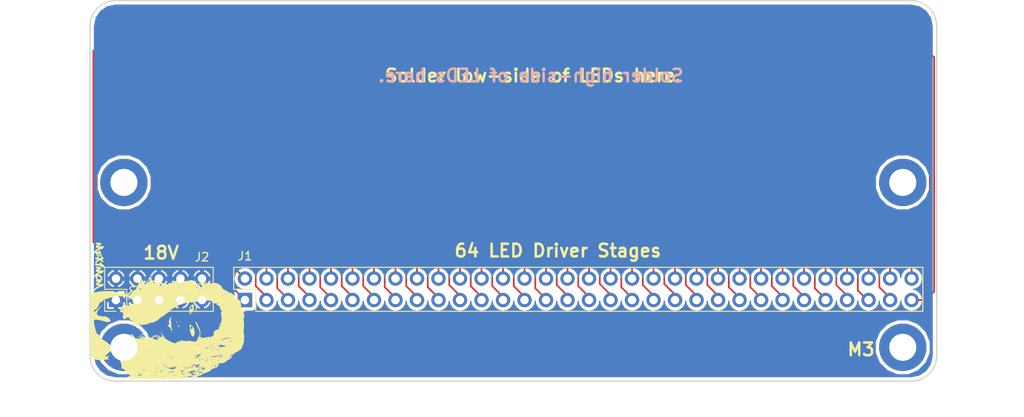
<source format=kicad_pcb>
(kicad_pcb (version 4) (host pcbnew 4.0.7-e2-6376~58~ubuntu17.04.1)
  (title_block (title "Adapter Board ") (date 2017-11-28) (rev 1.0) (comment 1 "Use this to connect LEDs to the extension board."))
  (layers (0 F.Cu signal) (31 B.Cu signal) (34 B.Paste user) (35 F.Paste user) (36 B.SilkS user) (37 F.SilkS user) (38 B.Mask user) (39 F.Mask user) (44 Edge.Cuts user))
  (net 0 "")
  (net 1 "Net-(J1-Pad1)")
  (net 2 "Net-(J1-Pad2)")
  (net 3 "Net-(J1-Pad3)")
  (net 4 "Net-(J1-Pad4)")
  (net 5 "Net-(J1-Pad5)")
  (net 6 "Net-(J1-Pad6)")
  (net 7 "Net-(J1-Pad7)")
  (net 8 "Net-(J1-Pad8)")
  (net 9 "Net-(J1-Pad9)")
  (net 10 "Net-(J1-Pad10)")
  (net 11 "Net-(J1-Pad11)")
  (net 12 "Net-(J1-Pad12)")
  (net 13 "Net-(J1-Pad13)")
  (net 14 "Net-(J1-Pad14)")
  (net 15 "Net-(J1-Pad15)")
  (net 16 "Net-(J1-Pad16)")
  (net 17 "Net-(J1-Pad17)")
  (net 18 "Net-(J1-Pad18)")
  (net 19 "Net-(J1-Pad19)")
  (net 20 "Net-(J1-Pad20)")
  (net 21 "Net-(J1-Pad21)")
  (net 22 "Net-(J1-Pad22)")
  (net 23 "Net-(J1-Pad23)")
  (net 24 "Net-(J1-Pad24)")
  (net 25 "Net-(J1-Pad25)")
  (net 26 "Net-(J1-Pad26)")
  (net 27 "Net-(J1-Pad27)")
  (net 28 "Net-(J1-Pad28)")
  (net 29 "Net-(J1-Pad29)")
  (net 30 "Net-(J1-Pad30)")
  (net 31 "Net-(J1-Pad31)")
  (net 32 "Net-(J1-Pad32)")
  (net 33 "Net-(J1-Pad33)")
  (net 34 "Net-(J1-Pad34)")
  (net 35 "Net-(J1-Pad35)")
  (net 36 "Net-(J1-Pad36)")
  (net 37 "Net-(J1-Pad37)")
  (net 38 "Net-(J1-Pad38)")
  (net 39 "Net-(J1-Pad39)")
  (net 40 "Net-(J1-Pad40)")
  (net 41 "Net-(J1-Pad41)")
  (net 42 "Net-(J1-Pad42)")
  (net 43 "Net-(J1-Pad43)")
  (net 44 "Net-(J1-Pad44)")
  (net 45 "Net-(J1-Pad45)")
  (net 46 "Net-(J1-Pad46)")
  (net 47 "Net-(J1-Pad47)")
  (net 48 "Net-(J1-Pad48)")
  (net 49 "Net-(J1-Pad49)")
  (net 50 "Net-(J1-Pad50)")
  (net 51 "Net-(J1-Pad51)")
  (net 52 "Net-(J1-Pad52)")
  (net 53 "Net-(J1-Pad53)")
  (net 54 "Net-(J1-Pad54)")
  (net 55 "Net-(J1-Pad55)")
  (net 56 "Net-(J1-Pad56)")
  (net 57 "Net-(J1-Pad57)")
  (net 58 "Net-(J1-Pad58)")
  (net 59 "Net-(J1-Pad59)")
  (net 60 "Net-(J1-Pad60)")
  (net 61 "Net-(J1-Pad61)")
  (net 62 "Net-(J1-Pad62)")
  (net 63 "Net-(J1-Pad63)")
  (net 64 "Net-(J1-Pad64)")
  (net 65 V18)
  (module Mounting_Holes:MountingHole_3.2mm_M3_DIN965_Pad (layer F.Cu) (at 192 91.5)
    (fp_text reference REF** hide)
    (fp_text value MountingHole_3.2mm_M3_DIN965_Pad)
    (pad 1 thru_hole circle (at 0 0) (size 5.6 5.6) (drill 3.2) (layers *.Cu *.Mask))
  )
  (module Mounting_Holes:MountingHole_3.2mm_M3_DIN965_Pad (layer F.Cu) (at 100 91.5)
    (fp_text reference REF** hide)
    (fp_text value MountingHole_3.2mm_M3_DIN965_Pad)
    (pad 1 thru_hole circle (at 0 0) (size 5.6 5.6) (drill 3.2) (layers *.Cu *.Mask))
  )
  (module Mounting_Holes:MountingHole_3.2mm_M3_DIN965_Pad (layer F.Cu) (at 192 111)
    (fp_text reference REF** hide)
    (fp_text value MountingHole_3.2mm_M3_DIN965_Pad)
    (pad 1 thru_hole circle (at 0 0) (size 5.6 5.6) (drill 3.2) (layers *.Cu *.Mask))
  )
  (module Pin_Headers:Pin_Header_Straight_2x32_Pitch2.54mm (layer F.Cu) (at 114.3 105.41 90)
    (fp_text reference J1 (at 5.207 0 360) (layer F.SilkS))
    (fp_text value Conn_02x32_Counter_Clockwise)
    (pad 1 thru_hole rect (at 0 0 90) (size 1.7 1.7) (drill 1) (layers *.Cu *.Mask) (net 1 "Net-(J1-Pad1)"))
    (pad 2 thru_hole oval (at 2.54 0 90) (size 1.7 1.7) (drill 1) (layers *.Cu *.Mask) (net 2 "Net-(J1-Pad2)"))
    (pad 3 thru_hole oval (at 0 2.54 90) (size 1.7 1.7) (drill 1) (layers *.Cu *.Mask) (net 3 "Net-(J1-Pad3)"))
    (pad 4 thru_hole oval (at 2.54 2.54 90) (size 1.7 1.7) (drill 1) (layers *.Cu *.Mask) (net 4 "Net-(J1-Pad4)"))
    (pad 5 thru_hole oval (at 0 5.08 90) (size 1.7 1.7) (drill 1) (layers *.Cu *.Mask) (net 5 "Net-(J1-Pad5)"))
    (pad 6 thru_hole oval (at 2.54 5.08 90) (size 1.7 1.7) (drill 1) (layers *.Cu *.Mask) (net 6 "Net-(J1-Pad6)"))
    (pad 7 thru_hole oval (at 0 7.62 90) (size 1.7 1.7) (drill 1) (layers *.Cu *.Mask) (net 7 "Net-(J1-Pad7)"))
    (pad 8 thru_hole oval (at 2.54 7.62 90) (size 1.7 1.7) (drill 1) (layers *.Cu *.Mask) (net 8 "Net-(J1-Pad8)"))
    (pad 9 thru_hole oval (at 0 10.16 90) (size 1.7 1.7) (drill 1) (layers *.Cu *.Mask) (net 9 "Net-(J1-Pad9)"))
    (pad 10 thru_hole oval (at 2.54 10.16 90) (size 1.7 1.7) (drill 1) (layers *.Cu *.Mask) (net 10 "Net-(J1-Pad10)"))
    (pad 11 thru_hole oval (at 0 12.7 90) (size 1.7 1.7) (drill 1) (layers *.Cu *.Mask) (net 11 "Net-(J1-Pad11)"))
    (pad 12 thru_hole oval (at 2.54 12.7 90) (size 1.7 1.7) (drill 1) (layers *.Cu *.Mask) (net 12 "Net-(J1-Pad12)"))
    (pad 13 thru_hole oval (at 0 15.24 90) (size 1.7 1.7) (drill 1) (layers *.Cu *.Mask) (net 13 "Net-(J1-Pad13)"))
    (pad 14 thru_hole oval (at 2.54 15.24 90) (size 1.7 1.7) (drill 1) (layers *.Cu *.Mask) (net 14 "Net-(J1-Pad14)"))
    (pad 15 thru_hole oval (at 0 17.78 90) (size 1.7 1.7) (drill 1) (layers *.Cu *.Mask) (net 15 "Net-(J1-Pad15)"))
    (pad 16 thru_hole oval (at 2.54 17.78 90) (size 1.7 1.7) (drill 1) (layers *.Cu *.Mask) (net 16 "Net-(J1-Pad16)"))
    (pad 17 thru_hole oval (at 0 20.32 90) (size 1.7 1.7) (drill 1) (layers *.Cu *.Mask) (net 17 "Net-(J1-Pad17)"))
    (pad 18 thru_hole oval (at 2.54 20.32 90) (size 1.7 1.7) (drill 1) (layers *.Cu *.Mask) (net 18 "Net-(J1-Pad18)"))
    (pad 19 thru_hole oval (at 0 22.86 90) (size 1.7 1.7) (drill 1) (layers *.Cu *.Mask) (net 19 "Net-(J1-Pad19)"))
    (pad 20 thru_hole oval (at 2.54 22.86 90) (size 1.7 1.7) (drill 1) (layers *.Cu *.Mask) (net 20 "Net-(J1-Pad20)"))
    (pad 21 thru_hole oval (at 0 25.4 90) (size 1.7 1.7) (drill 1) (layers *.Cu *.Mask) (net 21 "Net-(J1-Pad21)"))
    (pad 22 thru_hole oval (at 2.54 25.4 90) (size 1.7 1.7) (drill 1) (layers *.Cu *.Mask) (net 22 "Net-(J1-Pad22)"))
    (pad 23 thru_hole oval (at 0 27.94 90) (size 1.7 1.7) (drill 1) (layers *.Cu *.Mask) (net 23 "Net-(J1-Pad23)"))
    (pad 24 thru_hole oval (at 2.54 27.94 90) (size 1.7 1.7) (drill 1) (layers *.Cu *.Mask) (net 24 "Net-(J1-Pad24)"))
    (pad 25 thru_hole oval (at 0 30.48 90) (size 1.7 1.7) (drill 1) (layers *.Cu *.Mask) (net 25 "Net-(J1-Pad25)"))
    (pad 26 thru_hole oval (at 2.54 30.48 90) (size 1.7 1.7) (drill 1) (layers *.Cu *.Mask) (net 26 "Net-(J1-Pad26)"))
    (pad 27 thru_hole oval (at 0 33.02 90) (size 1.7 1.7) (drill 1) (layers *.Cu *.Mask) (net 27 "Net-(J1-Pad27)"))
    (pad 28 thru_hole oval (at 2.54 33.02 90) (size 1.7 1.7) (drill 1) (layers *.Cu *.Mask) (net 28 "Net-(J1-Pad28)"))
    (pad 29 thru_hole oval (at 0 35.56 90) (size 1.7 1.7) (drill 1) (layers *.Cu *.Mask) (net 29 "Net-(J1-Pad29)"))
    (pad 30 thru_hole oval (at 2.54 35.56 90) (size 1.7 1.7) (drill 1) (layers *.Cu *.Mask) (net 30 "Net-(J1-Pad30)"))
    (pad 31 thru_hole oval (at 0 38.1 90) (size 1.7 1.7) (drill 1) (layers *.Cu *.Mask) (net 31 "Net-(J1-Pad31)"))
    (pad 32 thru_hole oval (at 2.54 38.1 90) (size 1.7 1.7) (drill 1) (layers *.Cu *.Mask) (net 32 "Net-(J1-Pad32)"))
    (pad 33 thru_hole oval (at 0 40.64 90) (size 1.7 1.7) (drill 1) (layers *.Cu *.Mask) (net 33 "Net-(J1-Pad33)"))
    (pad 34 thru_hole oval (at 2.54 40.64 90) (size 1.7 1.7) (drill 1) (layers *.Cu *.Mask) (net 34 "Net-(J1-Pad34)"))
    (pad 35 thru_hole oval (at 0 43.18 90) (size 1.7 1.7) (drill 1) (layers *.Cu *.Mask) (net 35 "Net-(J1-Pad35)"))
    (pad 36 thru_hole oval (at 2.54 43.18 90) (size 1.7 1.7) (drill 1) (layers *.Cu *.Mask) (net 36 "Net-(J1-Pad36)"))
    (pad 37 thru_hole oval (at 0 45.72 90) (size 1.7 1.7) (drill 1) (layers *.Cu *.Mask) (net 37 "Net-(J1-Pad37)"))
    (pad 38 thru_hole oval (at 2.54 45.72 90) (size 1.7 1.7) (drill 1) (layers *.Cu *.Mask) (net 38 "Net-(J1-Pad38)"))
    (pad 39 thru_hole oval (at 0 48.26 90) (size 1.7 1.7) (drill 1) (layers *.Cu *.Mask) (net 39 "Net-(J1-Pad39)"))
    (pad 40 thru_hole oval (at 2.54 48.26 90) (size 1.7 1.7) (drill 1) (layers *.Cu *.Mask) (net 40 "Net-(J1-Pad40)"))
    (pad 41 thru_hole oval (at 0 50.8 90) (size 1.7 1.7) (drill 1) (layers *.Cu *.Mask) (net 41 "Net-(J1-Pad41)"))
    (pad 42 thru_hole oval (at 2.54 50.8 90) (size 1.7 1.7) (drill 1) (layers *.Cu *.Mask) (net 42 "Net-(J1-Pad42)"))
    (pad 43 thru_hole oval (at 0 53.34 90) (size 1.7 1.7) (drill 1) (layers *.Cu *.Mask) (net 43 "Net-(J1-Pad43)"))
    (pad 44 thru_hole oval (at 2.54 53.34 90) (size 1.7 1.7) (drill 1) (layers *.Cu *.Mask) (net 44 "Net-(J1-Pad44)"))
    (pad 45 thru_hole oval (at 0 55.88 90) (size 1.7 1.7) (drill 1) (layers *.Cu *.Mask) (net 45 "Net-(J1-Pad45)"))
    (pad 46 thru_hole oval (at 2.54 55.88 90) (size 1.7 1.7) (drill 1) (layers *.Cu *.Mask) (net 46 "Net-(J1-Pad46)"))
    (pad 47 thru_hole oval (at 0 58.42 90) (size 1.7 1.7) (drill 1) (layers *.Cu *.Mask) (net 47 "Net-(J1-Pad47)"))
    (pad 48 thru_hole oval (at 2.54 58.42 90) (size 1.7 1.7) (drill 1) (layers *.Cu *.Mask) (net 48 "Net-(J1-Pad48)"))
    (pad 49 thru_hole oval (at 0 60.96 90) (size 1.7 1.7) (drill 1) (layers *.Cu *.Mask) (net 49 "Net-(J1-Pad49)"))
    (pad 50 thru_hole oval (at 2.54 60.96 90) (size 1.7 1.7) (drill 1) (layers *.Cu *.Mask) (net 50 "Net-(J1-Pad50)"))
    (pad 51 thru_hole oval (at 0 63.5 90) (size 1.7 1.7) (drill 1) (layers *.Cu *.Mask) (net 51 "Net-(J1-Pad51)"))
    (pad 52 thru_hole oval (at 2.54 63.5 90) (size 1.7 1.7) (drill 1) (layers *.Cu *.Mask) (net 52 "Net-(J1-Pad52)"))
    (pad 53 thru_hole oval (at 0 66.04 90) (size 1.7 1.7) (drill 1) (layers *.Cu *.Mask) (net 53 "Net-(J1-Pad53)"))
    (pad 54 thru_hole oval (at 2.54 66.04 90) (size 1.7 1.7) (drill 1) (layers *.Cu *.Mask) (net 54 "Net-(J1-Pad54)"))
    (pad 55 thru_hole oval (at 0 68.58 90) (size 1.7 1.7) (drill 1) (layers *.Cu *.Mask) (net 55 "Net-(J1-Pad55)"))
    (pad 56 thru_hole oval (at 2.54 68.58 90) (size 1.7 1.7) (drill 1) (layers *.Cu *.Mask) (net 56 "Net-(J1-Pad56)"))
    (pad 57 thru_hole oval (at 0 71.12 90) (size 1.7 1.7) (drill 1) (layers *.Cu *.Mask) (net 57 "Net-(J1-Pad57)"))
    (pad 58 thru_hole oval (at 2.54 71.12 90) (size 1.7 1.7) (drill 1) (layers *.Cu *.Mask) (net 58 "Net-(J1-Pad58)"))
    (pad 59 thru_hole oval (at 0 73.66 90) (size 1.7 1.7) (drill 1) (layers *.Cu *.Mask) (net 59 "Net-(J1-Pad59)"))
    (pad 60 thru_hole oval (at 2.54 73.66 90) (size 1.7 1.7) (drill 1) (layers *.Cu *.Mask) (net 60 "Net-(J1-Pad60)"))
    (pad 61 thru_hole oval (at 0 76.2 90) (size 1.7 1.7) (drill 1) (layers *.Cu *.Mask) (net 61 "Net-(J1-Pad61)"))
    (pad 62 thru_hole oval (at 2.54 76.2 90) (size 1.7 1.7) (drill 1) (layers *.Cu *.Mask) (net 62 "Net-(J1-Pad62)"))
    (pad 63 thru_hole oval (at 0 78.74 90) (size 1.7 1.7) (drill 1) (layers *.Cu *.Mask) (net 63 "Net-(J1-Pad63)"))
    (pad 64 thru_hole oval (at 2.54 78.74 90) (size 1.7 1.7) (drill 1) (layers *.Cu *.Mask) (net 64 "Net-(J1-Pad64)"))
  )
  (module Pin_Headers:Pin_Header_Straight_2x05_Pitch2.54mm (layer F.Cu) (at 99.06 105.41 90)
    (fp_text reference J2 (at 5.08 10.16 180) (layer F.SilkS))
    (fp_text value Conn_02x05_Odd_Even)
    (pad 1 thru_hole rect (at 0 0 90) (size 1.7 1.7) (drill 1) (layers *.Cu *.Mask) (net 65 V18))
    (pad 2 thru_hole oval (at 2.54 0 90) (size 1.7 1.7) (drill 1) (layers *.Cu *.Mask) (net 65 V18))
    (pad 3 thru_hole oval (at 0 2.54 90) (size 1.7 1.7) (drill 1) (layers *.Cu *.Mask) (net 65 V18))
    (pad 4 thru_hole oval (at 2.54 2.54 90) (size 1.7 1.7) (drill 1) (layers *.Cu *.Mask) (net 65 V18))
    (pad 5 thru_hole oval (at 0 5.08 90) (size 1.7 1.7) (drill 1) (layers *.Cu *.Mask) (net 65 V18))
    (pad 6 thru_hole oval (at 2.54 5.08 90) (size 1.7 1.7) (drill 1) (layers *.Cu *.Mask) (net 65 V18))
    (pad 7 thru_hole oval (at 0 7.62 90) (size 1.7 1.7) (drill 1) (layers *.Cu *.Mask) (net 65 V18))
    (pad 8 thru_hole oval (at 2.54 7.62 90) (size 1.7 1.7) (drill 1) (layers *.Cu *.Mask) (net 65 V18))
    (pad 9 thru_hole oval (at 0 10.16 90) (size 1.7 1.7) (drill 1) (layers *.Cu *.Mask) (net 65 V18))
    (pad 10 thru_hole oval (at 2.54 10.16 90) (size 1.7 1.7) (drill 1) (layers *.Cu *.Mask) (net 65 V18))
  )
  (module Mounting_Holes:MountingHole_3.2mm_M3_DIN965_Pad (layer F.Cu) (at 100 111)
    (fp_text reference REF** hide)
    (fp_text value MountingHole_3.2mm_M3_DIN965_Pad)
    (pad 1 thru_hole circle (at 0 0) (size 5.6 5.6) (drill 3.2) (layers *.Cu *.Mask))
  )
  (module MyTestpoints:TP_SMD_2mmx5mm (layer F.Cu) (at 99.5 73.5)
    (fp_text reference TP1 hide)
    (fp_text value TEST)
    (pad 1 smd rect (at 0 0) (size 2 5) (layers F.Cu F.Paste F.Mask) (net 1 "Net-(J1-Pad1)"))
  )
  (module MyTestpoints:TP_SMD_2mmx5mm (layer F.Cu) (at 99.5 85)
    (fp_text reference TP2 hide)
    (fp_text value TEST)
    (pad 1 smd rect (at 0 0) (size 2 5) (layers F.Cu F.Paste F.Mask) (net 2 "Net-(J1-Pad2)"))
  )
  (module MyTestpoints:TP_SMD_2mmx5mm (layer F.Cu) (at 102.5 73.5)
    (fp_text reference TP3 hide)
    (fp_text value TEST)
    (pad 1 smd rect (at 0 0) (size 2 5) (layers F.Cu F.Paste F.Mask) (net 3 "Net-(J1-Pad3)"))
  )
  (module MyTestpoints:TP_SMD_2mmx5mm (layer F.Cu) (at 102.5 85)
    (fp_text reference TP4 hide)
    (fp_text value TEST)
    (pad 1 smd rect (at 0 0) (size 2 5) (layers F.Cu F.Paste F.Mask) (net 4 "Net-(J1-Pad4)"))
  )
  (module MyTestpoints:TP_SMD_2mmx5mm (layer F.Cu) (at 105.5 73.5)
    (fp_text reference TP5 hide)
    (fp_text value TEST)
    (pad 1 smd rect (at 0 0) (size 2 5) (layers F.Cu F.Paste F.Mask) (net 5 "Net-(J1-Pad5)"))
  )
  (module MyTestpoints:TP_SMD_2mmx5mm (layer F.Cu) (at 105.5 85)
    (fp_text reference TP6 hide)
    (fp_text value TEST)
    (pad 1 smd rect (at 0 0) (size 2 5) (layers F.Cu F.Paste F.Mask) (net 6 "Net-(J1-Pad6)"))
  )
  (module MyTestpoints:TP_SMD_2mmx5mm (layer F.Cu) (at 108.5 73.5)
    (fp_text reference TP7 hide)
    (fp_text value TEST)
    (pad 1 smd rect (at 0 0) (size 2 5) (layers F.Cu F.Paste F.Mask) (net 7 "Net-(J1-Pad7)"))
  )
  (module MyTestpoints:TP_SMD_2mmx5mm (layer F.Cu) (at 108.5 85)
    (fp_text reference TP8 hide)
    (fp_text value TEST)
    (pad 1 smd rect (at 0 0) (size 2 5) (layers F.Cu F.Paste F.Mask) (net 8 "Net-(J1-Pad8)"))
  )
  (module MyTestpoints:TP_SMD_2mmx5mm (layer F.Cu) (at 111.5 73.5)
    (fp_text reference TP9 hide)
    (fp_text value TEST)
    (pad 1 smd rect (at 0 0) (size 2 5) (layers F.Cu F.Paste F.Mask) (net 9 "Net-(J1-Pad9)"))
  )
  (module MyTestpoints:TP_SMD_2mmx5mm (layer F.Cu) (at 111.5 85)
    (fp_text reference TP10 hide)
    (fp_text value TEST)
    (pad 1 smd rect (at 0 0) (size 2 5) (layers F.Cu F.Paste F.Mask) (net 10 "Net-(J1-Pad10)"))
  )
  (module MyTestpoints:TP_SMD_2mmx5mm (layer F.Cu) (at 114.5 73.5)
    (fp_text reference TP11 hide)
    (fp_text value TEST)
    (pad 1 smd rect (at 0 0) (size 2 5) (layers F.Cu F.Paste F.Mask) (net 11 "Net-(J1-Pad11)"))
  )
  (module MyTestpoints:TP_SMD_2mmx5mm (layer F.Cu) (at 114.5 85)
    (fp_text reference TP12 hide)
    (fp_text value TEST)
    (pad 1 smd rect (at 0 0) (size 2 5) (layers F.Cu F.Paste F.Mask) (net 12 "Net-(J1-Pad12)"))
  )
  (module MyTestpoints:TP_SMD_2mmx5mm (layer F.Cu) (at 117.5 73.5)
    (fp_text reference TP13 hide)
    (fp_text value TEST)
    (pad 1 smd rect (at 0 0) (size 2 5) (layers F.Cu F.Paste F.Mask) (net 13 "Net-(J1-Pad13)"))
  )
  (module MyTestpoints:TP_SMD_2mmx5mm (layer F.Cu) (at 117.5 85)
    (fp_text reference TP14 hide)
    (fp_text value TEST)
    (pad 1 smd rect (at 0 0) (size 2 5) (layers F.Cu F.Paste F.Mask) (net 14 "Net-(J1-Pad14)"))
  )
  (module MyTestpoints:TP_SMD_2mmx5mm (layer F.Cu) (at 120.5 73.5)
    (fp_text reference TP15 hide)
    (fp_text value TEST)
    (pad 1 smd rect (at 0 0) (size 2 5) (layers F.Cu F.Paste F.Mask) (net 15 "Net-(J1-Pad15)"))
  )
  (module MyTestpoints:TP_SMD_2mmx5mm (layer F.Cu) (at 120.5 85)
    (fp_text reference TP16 hide)
    (fp_text value TEST)
    (pad 1 smd rect (at 0 0) (size 2 5) (layers F.Cu F.Paste F.Mask) (net 16 "Net-(J1-Pad16)"))
  )
  (module MyTestpoints:TP_SMD_2mmx5mm (layer F.Cu) (at 123.5 73.5)
    (fp_text reference TP17 hide)
    (fp_text value TEST)
    (pad 1 smd rect (at 0 0) (size 2 5) (layers F.Cu F.Paste F.Mask) (net 17 "Net-(J1-Pad17)"))
  )
  (module MyTestpoints:TP_SMD_2mmx5mm (layer F.Cu) (at 123.5 85)
    (fp_text reference TP18 hide)
    (fp_text value TEST)
    (pad 1 smd rect (at 0 0) (size 2 5) (layers F.Cu F.Paste F.Mask) (net 18 "Net-(J1-Pad18)"))
  )
  (module MyTestpoints:TP_SMD_2mmx5mm (layer F.Cu) (at 126.5 73.5)
    (fp_text reference TP19 hide)
    (fp_text value TEST)
    (pad 1 smd rect (at 0 0) (size 2 5) (layers F.Cu F.Paste F.Mask) (net 19 "Net-(J1-Pad19)"))
  )
  (module MyTestpoints:TP_SMD_2mmx5mm (layer F.Cu) (at 126.5 85)
    (fp_text reference TP20 hide)
    (fp_text value TEST)
    (pad 1 smd rect (at 0 0) (size 2 5) (layers F.Cu F.Paste F.Mask) (net 20 "Net-(J1-Pad20)"))
  )
  (module MyTestpoints:TP_SMD_2mmx5mm (layer F.Cu) (at 129.5 73.5)
    (fp_text reference TP21 hide)
    (fp_text value TEST)
    (pad 1 smd rect (at 0 0) (size 2 5) (layers F.Cu F.Paste F.Mask) (net 21 "Net-(J1-Pad21)"))
  )
  (module MyTestpoints:TP_SMD_2mmx5mm (layer F.Cu) (at 129.5 85)
    (fp_text reference TP22 hide)
    (fp_text value TEST)
    (pad 1 smd rect (at 0 0) (size 2 5) (layers F.Cu F.Paste F.Mask) (net 22 "Net-(J1-Pad22)"))
  )
  (module MyTestpoints:TP_SMD_2mmx5mm (layer F.Cu) (at 132.5 73.5)
    (fp_text reference TP23 hide)
    (fp_text value TEST)
    (pad 1 smd rect (at 0 0) (size 2 5) (layers F.Cu F.Paste F.Mask) (net 23 "Net-(J1-Pad23)"))
  )
  (module MyTestpoints:TP_SMD_2mmx5mm (layer F.Cu) (at 132.5 85)
    (fp_text reference TP24 hide)
    (fp_text value TEST)
    (pad 1 smd rect (at 0 0) (size 2 5) (layers F.Cu F.Paste F.Mask) (net 24 "Net-(J1-Pad24)"))
  )
  (module MyTestpoints:TP_SMD_2mmx5mm (layer F.Cu) (at 135.5 73.5)
    (fp_text reference TP25 hide)
    (fp_text value TEST)
    (pad 1 smd rect (at 0 0) (size 2 5) (layers F.Cu F.Paste F.Mask) (net 25 "Net-(J1-Pad25)"))
  )
  (module MyTestpoints:TP_SMD_2mmx5mm (layer F.Cu) (at 135.5 85)
    (fp_text reference TP26 hide)
    (fp_text value TEST)
    (pad 1 smd rect (at 0 0) (size 2 5) (layers F.Cu F.Paste F.Mask) (net 26 "Net-(J1-Pad26)"))
  )
  (module MyTestpoints:TP_SMD_2mmx5mm (layer F.Cu) (at 138.5 73.5)
    (fp_text reference TP27 hide)
    (fp_text value TEST)
    (pad 1 smd rect (at 0 0) (size 2 5) (layers F.Cu F.Paste F.Mask) (net 27 "Net-(J1-Pad27)"))
  )
  (module MyTestpoints:TP_SMD_2mmx5mm (layer F.Cu) (at 138.5 85)
    (fp_text reference TP28 hide)
    (fp_text value TEST)
    (pad 1 smd rect (at 0 0) (size 2 5) (layers F.Cu F.Paste F.Mask) (net 28 "Net-(J1-Pad28)"))
  )
  (module MyTestpoints:TP_SMD_2mmx5mm (layer F.Cu) (at 141.5 73.5)
    (fp_text reference TP29 hide)
    (fp_text value TEST)
    (pad 1 smd rect (at 0 0) (size 2 5) (layers F.Cu F.Paste F.Mask) (net 29 "Net-(J1-Pad29)"))
  )
  (module MyTestpoints:TP_SMD_2mmx5mm (layer F.Cu) (at 141.5 85)
    (fp_text reference TP30 hide)
    (fp_text value TEST)
    (pad 1 smd rect (at 0 0) (size 2 5) (layers F.Cu F.Paste F.Mask) (net 30 "Net-(J1-Pad30)"))
  )
  (module MyTestpoints:TP_SMD_2mmx5mm (layer F.Cu) (at 144.5 73.5)
    (fp_text reference TP31 hide)
    (fp_text value TEST)
    (pad 1 smd rect (at 0 0) (size 2 5) (layers F.Cu F.Paste F.Mask) (net 31 "Net-(J1-Pad31)"))
  )
  (module MyTestpoints:TP_SMD_2mmx5mm (layer F.Cu) (at 144.5 85)
    (fp_text reference TP32 hide)
    (fp_text value TEST)
    (pad 1 smd rect (at 0 0) (size 2 5) (layers F.Cu F.Paste F.Mask) (net 32 "Net-(J1-Pad32)"))
  )
  (module MyTestpoints:TP_SMD_2mmx5mm (layer F.Cu) (at 147.5 73.5)
    (fp_text reference TP33 hide)
    (fp_text value TEST)
    (pad 1 smd rect (at 0 0) (size 2 5) (layers F.Cu F.Paste F.Mask) (net 33 "Net-(J1-Pad33)"))
  )
  (module MyTestpoints:TP_SMD_2mmx5mm (layer F.Cu) (at 147.5 85)
    (fp_text reference TP34 hide)
    (fp_text value TEST)
    (pad 1 smd rect (at 0 0) (size 2 5) (layers F.Cu F.Paste F.Mask) (net 34 "Net-(J1-Pad34)"))
  )
  (module MyTestpoints:TP_SMD_2mmx5mm (layer F.Cu) (at 150.5 73.5)
    (fp_text reference TP35 hide)
    (fp_text value TEST)
    (pad 1 smd rect (at 0 0) (size 2 5) (layers F.Cu F.Paste F.Mask) (net 35 "Net-(J1-Pad35)"))
  )
  (module MyTestpoints:TP_SMD_2mmx5mm (layer F.Cu) (at 150.5 85)
    (fp_text reference TP36 hide)
    (fp_text value TEST)
    (pad 1 smd rect (at 0 0) (size 2 5) (layers F.Cu F.Paste F.Mask) (net 36 "Net-(J1-Pad36)"))
  )
  (module MyTestpoints:TP_SMD_2mmx5mm (layer F.Cu) (at 153.5 73.5)
    (fp_text reference TP37 hide)
    (fp_text value TEST)
    (pad 1 smd rect (at 0 0) (size 2 5) (layers F.Cu F.Paste F.Mask) (net 37 "Net-(J1-Pad37)"))
  )
  (module MyTestpoints:TP_SMD_2mmx5mm (layer F.Cu) (at 153.5 85)
    (fp_text reference TP38 hide)
    (fp_text value TEST)
    (pad 1 smd rect (at 0 0) (size 2 5) (layers F.Cu F.Paste F.Mask) (net 38 "Net-(J1-Pad38)"))
  )
  (module MyTestpoints:TP_SMD_2mmx5mm (layer F.Cu) (at 156.5 73.5)
    (fp_text reference TP39 hide)
    (fp_text value TEST)
    (pad 1 smd rect (at 0 0) (size 2 5) (layers F.Cu F.Paste F.Mask) (net 39 "Net-(J1-Pad39)"))
  )
  (module MyTestpoints:TP_SMD_2mmx5mm (layer F.Cu) (at 156.5 85)
    (fp_text reference TP40 hide)
    (fp_text value TEST)
    (pad 1 smd rect (at 0 0) (size 2 5) (layers F.Cu F.Paste F.Mask) (net 40 "Net-(J1-Pad40)"))
  )
  (module MyTestpoints:TP_SMD_2mmx5mm (layer F.Cu) (at 159.5 73.5)
    (fp_text reference TP41 hide)
    (fp_text value TEST)
    (pad 1 smd rect (at 0 0) (size 2 5) (layers F.Cu F.Paste F.Mask) (net 41 "Net-(J1-Pad41)"))
  )
  (module MyTestpoints:TP_SMD_2mmx5mm (layer F.Cu) (at 159.5 85)
    (fp_text reference TP42 hide)
    (fp_text value TEST)
    (pad 1 smd rect (at 0 0) (size 2 5) (layers F.Cu F.Paste F.Mask) (net 42 "Net-(J1-Pad42)"))
  )
  (module MyTestpoints:TP_SMD_2mmx5mm (layer F.Cu) (at 162.5 73.5)
    (fp_text reference TP43 hide)
    (fp_text value TEST)
    (pad 1 smd rect (at 0 0) (size 2 5) (layers F.Cu F.Paste F.Mask) (net 43 "Net-(J1-Pad43)"))
  )
  (module MyTestpoints:TP_SMD_2mmx5mm (layer F.Cu) (at 162.5 85)
    (fp_text reference TP44 hide)
    (fp_text value TEST)
    (pad 1 smd rect (at 0 0) (size 2 5) (layers F.Cu F.Paste F.Mask) (net 44 "Net-(J1-Pad44)"))
  )
  (module MyTestpoints:TP_SMD_2mmx5mm (layer F.Cu) (at 165.5 73.5)
    (fp_text reference TP45 hide)
    (fp_text value TEST)
    (pad 1 smd rect (at 0 0) (size 2 5) (layers F.Cu F.Paste F.Mask) (net 45 "Net-(J1-Pad45)"))
  )
  (module MyTestpoints:TP_SMD_2mmx5mm (layer F.Cu) (at 165.5 85)
    (fp_text reference TP46 hide)
    (fp_text value TEST)
    (pad 1 smd rect (at 0 0) (size 2 5) (layers F.Cu F.Paste F.Mask) (net 46 "Net-(J1-Pad46)"))
  )
  (module MyTestpoints:TP_SMD_2mmx5mm (layer F.Cu) (at 168.5 73.5)
    (fp_text reference TP47 hide)
    (fp_text value TEST)
    (pad 1 smd rect (at 0 0) (size 2 5) (layers F.Cu F.Paste F.Mask) (net 47 "Net-(J1-Pad47)"))
  )
  (module MyTestpoints:TP_SMD_2mmx5mm (layer F.Cu) (at 168.5 85)
    (fp_text reference TP48 hide)
    (fp_text value TEST)
    (pad 1 smd rect (at 0 0) (size 2 5) (layers F.Cu F.Paste F.Mask) (net 48 "Net-(J1-Pad48)"))
  )
  (module MyTestpoints:TP_SMD_2mmx5mm (layer F.Cu) (at 171.5 73.5)
    (fp_text reference TP49 hide)
    (fp_text value TEST)
    (pad 1 smd rect (at 0 0) (size 2 5) (layers F.Cu F.Paste F.Mask) (net 49 "Net-(J1-Pad49)"))
  )
  (module MyTestpoints:TP_SMD_2mmx5mm (layer F.Cu) (at 171.5 85)
    (fp_text reference TP50 hide)
    (fp_text value TEST)
    (pad 1 smd rect (at 0 0) (size 2 5) (layers F.Cu F.Paste F.Mask) (net 50 "Net-(J1-Pad50)"))
  )
  (module MyTestpoints:TP_SMD_2mmx5mm (layer F.Cu) (at 174.5 73.5)
    (fp_text reference TP51 hide)
    (fp_text value TEST)
    (pad 1 smd rect (at 0 0) (size 2 5) (layers F.Cu F.Paste F.Mask) (net 51 "Net-(J1-Pad51)"))
  )
  (module MyTestpoints:TP_SMD_2mmx5mm (layer F.Cu) (at 174.5 85)
    (fp_text reference TP52 hide)
    (fp_text value TEST)
    (pad 1 smd rect (at 0 0) (size 2 5) (layers F.Cu F.Paste F.Mask) (net 52 "Net-(J1-Pad52)"))
  )
  (module MyTestpoints:TP_SMD_2mmx5mm (layer F.Cu) (at 177.5 73.5)
    (fp_text reference TP53 hide)
    (fp_text value TEST)
    (pad 1 smd rect (at 0 0) (size 2 5) (layers F.Cu F.Paste F.Mask) (net 53 "Net-(J1-Pad53)"))
  )
  (module MyTestpoints:TP_SMD_2mmx5mm (layer F.Cu) (at 177.5 85)
    (fp_text reference TP54 hide)
    (fp_text value TEST)
    (pad 1 smd rect (at 0 0) (size 2 5) (layers F.Cu F.Paste F.Mask) (net 54 "Net-(J1-Pad54)"))
  )
  (module MyTestpoints:TP_SMD_2mmx5mm (layer F.Cu) (at 180.5 73.5)
    (fp_text reference TP55 hide)
    (fp_text value TEST)
    (pad 1 smd rect (at 0 0) (size 2 5) (layers F.Cu F.Paste F.Mask) (net 55 "Net-(J1-Pad55)"))
  )
  (module MyTestpoints:TP_SMD_2mmx5mm (layer F.Cu) (at 180.5 85)
    (fp_text reference TP56 hide)
    (fp_text value TEST)
    (pad 1 smd rect (at 0 0) (size 2 5) (layers F.Cu F.Paste F.Mask) (net 56 "Net-(J1-Pad56)"))
  )
  (module MyTestpoints:TP_SMD_2mmx5mm (layer F.Cu) (at 183.5 73.5)
    (fp_text reference TP57 hide)
    (fp_text value TEST)
    (pad 1 smd rect (at 0 0) (size 2 5) (layers F.Cu F.Paste F.Mask) (net 57 "Net-(J1-Pad57)"))
  )
  (module MyTestpoints:TP_SMD_2mmx5mm (layer F.Cu) (at 183.5 85)
    (fp_text reference TP58 hide)
    (fp_text value TEST)
    (pad 1 smd rect (at 0 0) (size 2 5) (layers F.Cu F.Paste F.Mask) (net 58 "Net-(J1-Pad58)"))
  )
  (module MyTestpoints:TP_SMD_2mmx5mm (layer F.Cu) (at 186.5 73.5)
    (fp_text reference TP59 hide)
    (fp_text value TEST)
    (pad 1 smd rect (at 0 0) (size 2 5) (layers F.Cu F.Paste F.Mask) (net 59 "Net-(J1-Pad59)"))
  )
  (module MyTestpoints:TP_SMD_2mmx5mm (layer F.Cu) (at 186.5 85)
    (fp_text reference TP60 hide)
    (fp_text value TEST)
    (pad 1 smd rect (at 0 0) (size 2 5) (layers F.Cu F.Paste F.Mask) (net 60 "Net-(J1-Pad60)"))
  )
  (module MyTestpoints:TP_SMD_2mmx5mm (layer F.Cu) (at 189.5 73.5)
    (fp_text reference TP61 hide)
    (fp_text value TEST)
    (pad 1 smd rect (at 0 0) (size 2 5) (layers F.Cu F.Paste F.Mask) (net 61 "Net-(J1-Pad61)"))
  )
  (module MyTestpoints:TP_SMD_2mmx5mm (layer F.Cu) (at 189.5 85)
    (fp_text reference TP62 hide)
    (fp_text value TEST)
    (pad 1 smd rect (at 0 0) (size 2 5) (layers F.Cu F.Paste F.Mask) (net 62 "Net-(J1-Pad62)"))
  )
  (module MyTestpoints:TP_SMD_2mmx5mm (layer F.Cu) (at 192.5 73.5)
    (fp_text reference TP63 hide)
    (fp_text value TEST)
    (pad 1 smd rect (at 0 0) (size 2 5) (layers F.Cu F.Paste F.Mask) (net 63 "Net-(J1-Pad63)"))
  )
  (module MyTestpoints:TP_SMD_2mmx5mm (layer F.Cu) (at 192.5 85)
    (fp_text reference TP64 hide)
    (fp_text value TEST)
    (pad 1 smd rect (at 0 0) (size 2 5) (layers F.Cu F.Paste F.Mask) (net 64 "Net-(J1-Pad64)"))
  )
  (module MyPics:logog1 (layer F.Cu) (at 105.156 106.68 270)
    (fp_text reference G*** hide)
    (fp_text value LOGO hide)
  )
  (gr_text M3 (at 187.071 111.252) (layer F.SilkS) (effects (font (size 1.5 1.5) (thickness 0.3))))
  (gr_text "Solder low-side of LEDs here." (at 148.336 78.867) (layer F.SilkS) (effects (font (size 1.5 1.5) (thickness 0.3))))
  (gr_text "Solder high-side of LEDs here." (at 148.082 78.867) (layer B.SilkS) (effects (font (size 1.5 1.5) (thickness 0.3)) (justify mirror)))
  (gr_text 18V (at 104.394 99.822) (layer F.SilkS) (effects (font (size 1.5 1.5) (thickness 0.3))))
  (gr_text "64 LED Driver Stages" (at 151.257 99.568) (layer F.SilkS) (effects (font (size 1.5 1.5) (thickness 0.3))))
  (gr_arc (start 99 73) (end 96 73) (angle 90) (layer Edge.Cuts) (width 0.15))
  (gr_arc (start 193 73) (end 193 70) (angle 90) (layer Edge.Cuts) (width 0.15))
  (gr_arc (start 193 112) (end 196 112) (angle 90) (layer Edge.Cuts) (width 0.15))
  (gr_arc (start 99 112) (end 99 115) (angle 90) (layer Edge.Cuts) (width 0.15))
  (gr_line (start 96 73) (end 96 112) (angle 90) (layer Edge.Cuts) (width 0.15))
  (gr_line (start 99 115) (end 193 115) (angle 90) (layer Edge.Cuts) (width 0.15))
  (gr_line (start 196 73) (end 196 112) (angle 90) (layer Edge.Cuts) (width 0.15))
  (gr_line (start 99 70) (end 193 70) (angle 90) (layer Edge.Cuts) (width 0.15))
  (segment (start 99.5 73.5) (end 98.839 73.5) (width 0.2) (layer F.Cu) (net 1))
  (segment (start 98.839 73.5) (end 96.393 75.946) (width 0.2) (layer F.Cu) (net 1))
  (segment (start 96.393 75.946) (end 96.393 98.552) (width 0.2) (layer F.Cu) (net 1))
  (segment (start 96.393 98.552) (end 99.187 101.346) (width 0.2) (layer F.Cu) (net 1))
  (segment (start 99.187 101.346) (end 110.236 101.346) (width 0.2) (layer F.Cu) (net 1))
  (segment (start 110.236 101.346) (end 114.3 105.41) (width 0.2) (layer F.Cu) (net 1))
  (segment (start 99.5 85) (end 99.5 86.809) (width 0.2) (layer F.Cu) (net 2))
  (segment (start 99.5 86.809) (end 96.793002 89.515998) (width 0.2) (layer F.Cu) (net 2))
  (segment (start 96.793002 89.515998) (end 96.793002 97.936002) (width 0.2) (layer F.Cu) (net 2))
  (segment (start 96.793002 97.936002) (end 99.695 100.838) (width 0.2) (layer F.Cu) (net 2))
  (segment (start 99.695 100.838) (end 112.268 100.838) (width 0.2) (layer F.Cu) (net 2))
  (segment (start 112.268 100.838) (end 114.3 102.87) (width 0.2) (layer F.Cu) (net 2))
  (segment (start 114.3 102.87) (end 113.665 102.87) (width 0.2) (layer F.Cu) (net 2))
  (segment (start 116.84 105.41) (end 116.84 105.029) (width 0.2) (layer F.Cu) (net 3))
  (segment (start 116.84 105.029) (end 115.57 103.759) (width 0.2) (layer F.Cu) (net 3))
  (segment (start 115.57 103.759) (end 115.57 101.473) (width 0.2) (layer F.Cu) (net 3))
  (segment (start 115.57 101.473) (end 114.280998 100.183998) (width 0.2) (layer F.Cu) (net 3))
  (segment (start 114.280998 100.183998) (end 104.755998 100.183998) (width 0.2) (layer F.Cu) (net 3))
  (segment (start 104.755998 100.183998) (end 103.251 98.679) (width 0.2) (layer F.Cu) (net 3))
  (segment (start 103.251 98.679) (end 103.251 89.916) (width 0.2) (layer F.Cu) (net 3))
  (segment (start 103.251 89.916) (end 100.965 87.63) (width 0.2) (layer F.Cu) (net 3))
  (segment (start 100.965 87.63) (end 100.965 75.035) (width 0.2) (layer F.Cu) (net 3))
  (segment (start 100.965 75.035) (end 102.5 73.5) (width 0.2) (layer F.Cu) (net 3))
  (segment (start 116.84 102.87) (end 116.84 100.711) (width 0.2) (layer F.Cu) (net 4))
  (segment (start 102.5 88.149) (end 102.5 85) (width 0.2) (layer F.Cu) (net 4))
  (segment (start 103.886 89.535) (end 102.5 88.149) (width 0.2) (layer F.Cu) (net 4))
  (segment (start 103.886 97.917) (end 103.886 89.535) (width 0.2) (layer F.Cu) (net 4))
  (segment (start 105.537 99.568) (end 103.886 97.917) (width 0.2) (layer F.Cu) (net 4))
  (segment (start 115.697 99.568) (end 105.537 99.568) (width 0.2) (layer F.Cu) (net 4))
  (segment (start 116.84 100.711) (end 115.697 99.568) (width 0.2) (layer F.Cu) (net 4))
  (segment (start 116.84 102.87) (end 116.84 102.616) (width 0.2) (layer F.Cu) (net 4))
  (segment (start 116.84 102.87) (end 116.459 102.87) (width 0.2) (layer F.Cu) (net 4))
  (segment (start 103.251 85.751) (end 102.5 85) (width 0.2) (layer F.Cu) (net 4))
  (segment (start 119.38 105.41) (end 119.38 105.283) (width 0.2) (layer F.Cu) (net 5))
  (segment (start 119.38 105.283) (end 118.11 104.013) (width 0.2) (layer F.Cu) (net 5))
  (segment (start 118.11 104.013) (end 118.11 99.822) (width 0.2) (layer F.Cu) (net 5))
  (segment (start 118.11 99.822) (end 117.348 99.06) (width 0.2) (layer F.Cu) (net 5))
  (segment (start 117.348 99.06) (end 106.553 99.06) (width 0.2) (layer F.Cu) (net 5))
  (segment (start 106.553 99.06) (end 104.394 96.901) (width 0.2) (layer F.Cu) (net 5))
  (segment (start 104.394 96.901) (end 104.394 88.265) (width 0.2) (layer F.Cu) (net 5))
  (segment (start 104.394 88.265) (end 104.013 87.884) (width 0.2) (layer F.Cu) (net 5))
  (segment (start 104.013 87.884) (end 104.013 74.987) (width 0.2) (layer F.Cu) (net 5))
  (segment (start 104.013 74.987) (end 105.5 73.5) (width 0.2) (layer F.Cu) (net 5))
  (segment (start 119.38 102.87) (end 119.38 99.822) (width 0.2) (layer F.Cu) (net 6))
  (segment (start 105.5 96.483) (end 105.5 85) (width 0.2) (layer F.Cu) (net 6))
  (segment (start 107.569 98.552) (end 105.5 96.483) (width 0.2) (layer F.Cu) (net 6))
  (segment (start 118.11 98.552) (end 107.569 98.552) (width 0.2) (layer F.Cu) (net 6))
  (segment (start 119.38 99.822) (end 118.11 98.552) (width 0.2) (layer F.Cu) (net 6))
  (segment (start 119.38 102.87) (end 120.142 102.87) (width 0.2) (layer F.Cu) (net 6))
  (segment (start 121.92 105.41) (end 121.92 105.029) (width 0.2) (layer F.Cu) (net 7))
  (segment (start 121.92 105.029) (end 120.65 103.759) (width 0.2) (layer F.Cu) (net 7))
  (segment (start 120.65 103.759) (end 120.65 99.822) (width 0.2) (layer F.Cu) (net 7))
  (segment (start 120.65 99.822) (end 118.745 97.917) (width 0.2) (layer F.Cu) (net 7))
  (segment (start 118.745 97.917) (end 108.585 97.917) (width 0.2) (layer F.Cu) (net 7))
  (segment (start 108.585 97.917) (end 107.061 96.393) (width 0.2) (layer F.Cu) (net 7))
  (segment (start 107.061 96.393) (end 107.061 74.939) (width 0.2) (layer F.Cu) (net 7))
  (segment (start 107.061 74.939) (end 108.5 73.5) (width 0.2) (layer F.Cu) (net 7))
  (segment (start 121.92 102.87) (end 121.92 99.822) (width 0.2) (layer F.Cu) (net 8))
  (segment (start 108.5 96.266) (end 108.5 85) (width 0.2) (layer F.Cu) (net 8))
  (segment (start 109.516 97.282) (end 108.5 96.266) (width 0.2) (layer F.Cu) (net 8))
  (segment (start 119.38 97.282) (end 109.516 97.282) (width 0.2) (layer F.Cu) (net 8))
  (segment (start 121.92 99.822) (end 119.38 97.282) (width 0.2) (layer F.Cu) (net 8))
  (segment (start 121.92 102.87) (end 121.92 102.616) (width 0.2) (layer F.Cu) (net 8))
  (segment (start 124.46 105.41) (end 124.46 105.156) (width 0.2) (layer F.Cu) (net 9))
  (segment (start 124.46 105.156) (end 123.19 103.886) (width 0.2) (layer F.Cu) (net 9))
  (segment (start 123.19 103.886) (end 123.19 99.822) (width 0.2) (layer F.Cu) (net 9))
  (segment (start 123.19 99.822) (end 120.015 96.647) (width 0.2) (layer F.Cu) (net 9))
  (segment (start 120.015 96.647) (end 111.252 96.647) (width 0.2) (layer F.Cu) (net 9))
  (segment (start 111.252 96.647) (end 109.982 95.377) (width 0.2) (layer F.Cu) (net 9))
  (segment (start 109.982 95.377) (end 109.982 75.018) (width 0.2) (layer F.Cu) (net 9))
  (segment (start 109.982 75.018) (end 111.5 73.5) (width 0.2) (layer F.Cu) (net 9))
  (segment (start 124.46 102.87) (end 124.46 99.822) (width 0.2) (layer F.Cu) (net 10))
  (segment (start 124.46 99.822) (end 120.65 96.012) (width 0.2) (layer F.Cu) (net 10))
  (segment (start 120.65 96.012) (end 112.77 96.012) (width 0.2) (layer F.Cu) (net 10))
  (segment (start 112.77 96.012) (end 111.5 94.742) (width 0.2) (layer F.Cu) (net 10))
  (segment (start 111.5 94.742) (end 111.5 85) (width 0.2) (layer F.Cu) (net 10))
  (segment (start 127 105.41) (end 127 105.029) (width 0.2) (layer F.Cu) (net 11))
  (segment (start 127 105.029) (end 125.73 103.759) (width 0.2) (layer F.Cu) (net 11))
  (segment (start 125.73 103.759) (end 125.73 99.822) (width 0.2) (layer F.Cu) (net 11))
  (segment (start 125.73 99.822) (end 121.285 95.377) (width 0.2) (layer F.Cu) (net 11))
  (segment (start 121.285 95.377) (end 114.3 95.377) (width 0.2) (layer F.Cu) (net 11))
  (segment (start 114.3 95.377) (end 113.03 94.107) (width 0.2) (layer F.Cu) (net 11))
  (segment (start 113.03 94.107) (end 113.03 74.97) (width 0.2) (layer F.Cu) (net 11))
  (segment (start 113.03 74.97) (end 114.5 73.5) (width 0.2) (layer F.Cu) (net 11))
  (segment (start 127 102.87) (end 127 99.822) (width 0.2) (layer F.Cu) (net 12))
  (segment (start 127 99.822) (end 121.92 94.742) (width 0.2) (layer F.Cu) (net 12))
  (segment (start 121.92 94.742) (end 115.57 94.742) (width 0.2) (layer F.Cu) (net 12))
  (segment (start 115.57 94.742) (end 114.5 93.672) (width 0.2) (layer F.Cu) (net 12))
  (segment (start 114.5 93.672) (end 114.5 85) (width 0.2) (layer F.Cu) (net 12))
  (segment (start 129.54 105.41) (end 129.54 105.029) (width 0.2) (layer F.Cu) (net 13))
  (segment (start 129.54 105.029) (end 128.27 103.759) (width 0.2) (layer F.Cu) (net 13))
  (segment (start 115.951 75.049) (end 117.5 73.5) (width 0.2) (layer F.Cu) (net 13))
  (segment (start 115.951 93.218) (end 115.951 75.049) (width 0.2) (layer F.Cu) (net 13))
  (segment (start 116.84 94.107) (end 115.951 93.218) (width 0.2) (layer F.Cu) (net 13))
  (segment (start 122.555 94.107) (end 116.84 94.107) (width 0.2) (layer F.Cu) (net 13))
  (segment (start 128.27 99.822) (end 122.555 94.107) (width 0.2) (layer F.Cu) (net 13))
  (segment (start 128.27 103.759) (end 128.27 99.822) (width 0.2) (layer F.Cu) (net 13))
  (segment (start 129.54 102.87) (end 129.54 99.822) (width 0.2) (layer F.Cu) (net 14))
  (segment (start 129.54 99.822) (end 123.063 93.345) (width 0.2) (layer F.Cu) (net 14))
  (segment (start 123.063 93.345) (end 117.983 93.345) (width 0.2) (layer F.Cu) (net 14))
  (segment (start 117.983 93.345) (end 117.5 92.862) (width 0.2) (layer F.Cu) (net 14))
  (segment (start 117.5 92.862) (end 117.5 85) (width 0.2) (layer F.Cu) (net 14))
  (segment (start 132.08 105.41) (end 132.08 105.156) (width 0.2) (layer F.Cu) (net 15))
  (segment (start 132.08 105.156) (end 130.81 103.886) (width 0.2) (layer F.Cu) (net 15))
  (segment (start 130.81 103.886) (end 130.81 99.822) (width 0.2) (layer F.Cu) (net 15))
  (segment (start 130.81 99.822) (end 118.999 88.011) (width 0.2) (layer F.Cu) (net 15))
  (segment (start 118.999 88.011) (end 118.999 75.001) (width 0.2) (layer F.Cu) (net 15))
  (segment (start 118.999 75.001) (end 120.5 73.5) (width 0.2) (layer F.Cu) (net 15))
  (segment (start 132.08 102.87) (end 132.08 99.822) (width 0.2) (layer F.Cu) (net 16))
  (segment (start 132.08 99.822) (end 120.5 88.242) (width 0.2) (layer F.Cu) (net 16))
  (segment (start 120.5 88.242) (end 120.5 85) (width 0.2) (layer F.Cu) (net 16))
  (segment (start 134.62 105.41) (end 134.62 105.029) (width 0.2) (layer F.Cu) (net 17))
  (segment (start 134.62 105.029) (end 133.35 103.759) (width 0.2) (layer F.Cu) (net 17))
  (segment (start 133.35 103.759) (end 133.35 99.822) (width 0.2) (layer F.Cu) (net 17))
  (segment (start 133.35 99.822) (end 122.047 88.519) (width 0.2) (layer F.Cu) (net 17))
  (segment (start 122.047 88.519) (end 122.047 74.953) (width 0.2) (layer F.Cu) (net 17))
  (segment (start 122.047 74.953) (end 123.5 73.5) (width 0.2) (layer F.Cu) (net 17))
  (segment (start 134.62 102.87) (end 134.62 99.822) (width 0.2) (layer F.Cu) (net 18))
  (segment (start 123.5 88.702) (end 123.5 85) (width 0.2) (layer F.Cu) (net 18))
  (segment (start 134.62 99.822) (end 123.5 88.702) (width 0.2) (layer F.Cu) (net 18))
  (segment (start 134.62 102.87) (end 134.62 102.489) (width 0.2) (layer F.Cu) (net 18))
  (segment (start 137.16 105.41) (end 137.16 105.156) (width 0.2) (layer F.Cu) (net 19))
  (segment (start 137.16 105.156) (end 135.89 103.886) (width 0.2) (layer F.Cu) (net 19))
  (segment (start 135.89 103.886) (end 135.89 99.822) (width 0.2) (layer F.Cu) (net 19))
  (segment (start 135.89 99.822) (end 124.968 88.9) (width 0.2) (layer F.Cu) (net 19))
  (segment (start 124.968 88.9) (end 124.968 75.032) (width 0.2) (layer F.Cu) (net 19))
  (segment (start 124.968 75.032) (end 126.5 73.5) (width 0.2) (layer F.Cu) (net 19))
  (segment (start 137.16 102.87) (end 137.16 99.822) (width 0.2) (layer F.Cu) (net 20))
  (segment (start 137.16 99.822) (end 126.5 89.162) (width 0.2) (layer F.Cu) (net 20))
  (segment (start 126.5 89.162) (end 126.5 85) (width 0.2) (layer F.Cu) (net 20))
  (segment (start 139.7 105.41) (end 139.7 104.902) (width 0.2) (layer F.Cu) (net 21))
  (segment (start 139.7 104.902) (end 138.43 103.632) (width 0.2) (layer F.Cu) (net 21))
  (segment (start 138.43 103.632) (end 138.43 99.822) (width 0.2) (layer F.Cu) (net 21))
  (segment (start 138.43 99.822) (end 128.016 89.408) (width 0.2) (layer F.Cu) (net 21))
  (segment (start 128.016 89.408) (end 128.016 74.984) (width 0.2) (layer F.Cu) (net 21))
  (segment (start 128.016 74.984) (end 129.5 73.5) (width 0.2) (layer F.Cu) (net 21))
  (segment (start 139.7 102.87) (end 139.7 99.822) (width 0.2) (layer F.Cu) (net 22))
  (segment (start 129.5 89.622) (end 129.5 85) (width 0.2) (layer F.Cu) (net 22))
  (segment (start 139.7 99.822) (end 129.5 89.622) (width 0.2) (layer F.Cu) (net 22))
  (segment (start 142.24 105.41) (end 142.24 105.029) (width 0.2) (layer F.Cu) (net 23))
  (segment (start 142.24 105.029) (end 140.97 103.759) (width 0.2) (layer F.Cu) (net 23))
  (segment (start 140.97 103.759) (end 140.97 99.822) (width 0.2) (layer F.Cu) (net 23))
  (segment (start 140.97 99.822) (end 130.937 89.789) (width 0.2) (layer F.Cu) (net 23))
  (segment (start 130.937 89.789) (end 130.937 75.063) (width 0.2) (layer F.Cu) (net 23))
  (segment (start 130.937 75.063) (end 132.5 73.5) (width 0.2) (layer F.Cu) (net 23))
  (segment (start 142.24 102.87) (end 142.24 99.822) (width 0.2) (layer F.Cu) (net 24))
  (segment (start 132.5 90.082) (end 132.5 85) (width 0.2) (layer F.Cu) (net 24))
  (segment (start 142.24 99.822) (end 132.5 90.082) (width 0.2) (layer F.Cu) (net 24))
  (segment (start 144.78 105.41) (end 144.78 105.029) (width 0.2) (layer F.Cu) (net 25))
  (segment (start 144.78 105.029) (end 143.51 103.759) (width 0.2) (layer F.Cu) (net 25))
  (segment (start 143.51 103.759) (end 143.51 99.822) (width 0.2) (layer F.Cu) (net 25))
  (segment (start 143.51 99.822) (end 133.985 90.297) (width 0.2) (layer F.Cu) (net 25))
  (segment (start 133.985 90.297) (end 133.985 75.015) (width 0.2) (layer F.Cu) (net 25))
  (segment (start 133.985 75.015) (end 135.5 73.5) (width 0.2) (layer F.Cu) (net 25))
  (segment (start 144.78 102.87) (end 144.78 99.822) (width 0.2) (layer F.Cu) (net 26))
  (segment (start 144.78 99.822) (end 135.5 90.542) (width 0.2) (layer F.Cu) (net 26))
  (segment (start 135.5 90.542) (end 135.5 85) (width 0.2) (layer F.Cu) (net 26))
  (segment (start 147.32 105.41) (end 147.32 105.029) (width 0.2) (layer F.Cu) (net 27))
  (segment (start 147.32 105.029) (end 146.05 103.759) (width 0.2) (layer F.Cu) (net 27))
  (segment (start 146.05 103.759) (end 146.05 99.822) (width 0.2) (layer F.Cu) (net 27))
  (segment (start 146.05 99.822) (end 137.033 90.805) (width 0.2) (layer F.Cu) (net 27))
  (segment (start 137.033 90.805) (end 137.033 74.967) (width 0.2) (layer F.Cu) (net 27))
  (segment (start 137.033 74.967) (end 138.5 73.5) (width 0.2) (layer F.Cu) (net 27))
  (segment (start 147.32 102.87) (end 147.32 99.822) (width 0.2) (layer F.Cu) (net 28))
  (segment (start 138.5 91.002) (end 138.5 85) (width 0.2) (layer F.Cu) (net 28))
  (segment (start 147.32 99.822) (end 138.5 91.002) (width 0.2) (layer F.Cu) (net 28))
  (segment (start 147.32 102.87) (end 147.32 102.108) (width 0.2) (layer F.Cu) (net 28))
  (segment (start 149.86 105.41) (end 149.86 105.283) (width 0.2) (layer F.Cu) (net 29))
  (segment (start 149.86 105.283) (end 148.59 104.013) (width 0.2) (layer F.Cu) (net 29))
  (segment (start 148.59 104.013) (end 148.59 99.822) (width 0.2) (layer F.Cu) (net 29))
  (segment (start 148.59 99.822) (end 139.954 91.186) (width 0.2) (layer F.Cu) (net 29))
  (segment (start 139.954 91.186) (end 139.954 75.046) (width 0.2) (layer F.Cu) (net 29))
  (segment (start 139.954 75.046) (end 141.5 73.5) (width 0.2) (layer F.Cu) (net 29))
  (segment (start 149.86 102.87) (end 149.86 99.822) (width 0.2) (layer F.Cu) (net 30))
  (segment (start 149.86 99.822) (end 141.5 91.462) (width 0.2) (layer F.Cu) (net 30))
  (segment (start 141.5 91.462) (end 141.5 85) (width 0.2) (layer F.Cu) (net 30))
  (segment (start 152.4 105.41) (end 152.4 104.902) (width 0.2) (layer F.Cu) (net 31))
  (segment (start 152.4 104.902) (end 151.13 103.632) (width 0.2) (layer F.Cu) (net 31))
  (segment (start 151.13 103.632) (end 151.13 99.822) (width 0.2) (layer F.Cu) (net 31))
  (segment (start 151.13 99.822) (end 143.002 91.694) (width 0.2) (layer F.Cu) (net 31))
  (segment (start 143.002 91.694) (end 143.002 74.998) (width 0.2) (layer F.Cu) (net 31))
  (segment (start 143.002 74.998) (end 144.5 73.5) (width 0.2) (layer F.Cu) (net 31))
  (segment (start 152.4 102.87) (end 152.4 99.822) (width 0.2) (layer F.Cu) (net 32))
  (segment (start 144.5 91.922) (end 144.5 85) (width 0.2) (layer F.Cu) (net 32))
  (segment (start 152.4 99.822) (end 144.5 91.922) (width 0.2) (layer F.Cu) (net 32))
  (segment (start 154.94 105.41) (end 154.94 105.029) (width 0.2) (layer F.Cu) (net 33))
  (segment (start 154.94 105.029) (end 153.67 103.759) (width 0.2) (layer F.Cu) (net 33))
  (segment (start 153.67 103.759) (end 153.67 99.822) (width 0.2) (layer F.Cu) (net 33))
  (segment (start 153.67 99.822) (end 146.05 92.202) (width 0.2) (layer F.Cu) (net 33))
  (segment (start 146.05 92.202) (end 146.05 74.95) (width 0.2) (layer F.Cu) (net 33))
  (segment (start 146.05 74.95) (end 147.5 73.5) (width 0.2) (layer F.Cu) (net 33))
  (segment (start 154.94 102.87) (end 154.94 99.822) (width 0.2) (layer F.Cu) (net 34))
  (segment (start 147.5 92.382) (end 147.5 85) (width 0.2) (layer F.Cu) (net 34))
  (segment (start 154.94 99.822) (end 147.5 92.382) (width 0.2) (layer F.Cu) (net 34))
  (segment (start 157.48 105.41) (end 157.48 104.775) (width 0.2) (layer F.Cu) (net 35))
  (segment (start 157.48 104.775) (end 156.21 103.505) (width 0.2) (layer F.Cu) (net 35))
  (segment (start 156.21 103.505) (end 156.21 99.822) (width 0.2) (layer F.Cu) (net 35))
  (segment (start 156.21 99.822) (end 148.971 92.583) (width 0.2) (layer F.Cu) (net 35))
  (segment (start 148.971 92.583) (end 148.971 75.029) (width 0.2) (layer F.Cu) (net 35))
  (segment (start 148.971 75.029) (end 150.5 73.5) (width 0.2) (layer F.Cu) (net 35))
  (segment (start 157.48 102.87) (end 157.48 99.822) (width 0.2) (layer F.Cu) (net 36))
  (segment (start 150.5 92.842) (end 150.5 85) (width 0.2) (layer F.Cu) (net 36))
  (segment (start 157.48 99.822) (end 150.5 92.842) (width 0.2) (layer F.Cu) (net 36))
  (segment (start 160.02 105.41) (end 160.02 105.156) (width 0.2) (layer F.Cu) (net 37))
  (segment (start 160.02 105.156) (end 158.75 103.886) (width 0.2) (layer F.Cu) (net 37))
  (segment (start 158.75 103.886) (end 158.75 99.822) (width 0.2) (layer F.Cu) (net 37))
  (segment (start 158.75 99.822) (end 152.019 93.091) (width 0.2) (layer F.Cu) (net 37))
  (segment (start 152.019 93.091) (end 152.019 74.981) (width 0.2) (layer F.Cu) (net 37))
  (segment (start 152.019 74.981) (end 153.5 73.5) (width 0.2) (layer F.Cu) (net 37))
  (segment (start 160.02 102.87) (end 160.02 99.822) (width 0.2) (layer F.Cu) (net 38))
  (segment (start 153.5 93.302) (end 153.5 85) (width 0.2) (layer F.Cu) (net 38))
  (segment (start 160.02 99.822) (end 153.5 93.302) (width 0.2) (layer F.Cu) (net 38))
  (segment (start 162.56 105.41) (end 162.56 104.902) (width 0.2) (layer F.Cu) (net 39))
  (segment (start 162.56 104.902) (end 161.29 103.632) (width 0.2) (layer F.Cu) (net 39))
  (segment (start 161.29 103.632) (end 161.29 99.822) (width 0.2) (layer F.Cu) (net 39))
  (segment (start 161.29 99.822) (end 154.94 93.472) (width 0.2) (layer F.Cu) (net 39))
  (segment (start 154.94 93.472) (end 154.94 75.06) (width 0.2) (layer F.Cu) (net 39))
  (segment (start 154.94 75.06) (end 156.5 73.5) (width 0.2) (layer F.Cu) (net 39))
  (segment (start 162.56 102.87) (end 162.56 99.822) (width 0.2) (layer F.Cu) (net 40))
  (segment (start 156.5 93.762) (end 156.5 85) (width 0.2) (layer F.Cu) (net 40))
  (segment (start 162.56 99.822) (end 156.5 93.762) (width 0.2) (layer F.Cu) (net 40))
  (segment (start 165.1 105.41) (end 165.1 104.775) (width 0.2) (layer F.Cu) (net 41))
  (segment (start 165.1 104.775) (end 163.83 103.505) (width 0.2) (layer F.Cu) (net 41))
  (segment (start 163.83 103.505) (end 163.83 99.822) (width 0.2) (layer F.Cu) (net 41))
  (segment (start 163.83 99.822) (end 157.988 93.98) (width 0.2) (layer F.Cu) (net 41))
  (segment (start 157.988 93.98) (end 157.988 75.012) (width 0.2) (layer F.Cu) (net 41))
  (segment (start 157.988 75.012) (end 159.5 73.5) (width 0.2) (layer F.Cu) (net 41))
  (segment (start 165.1 102.87) (end 165.1 99.822) (width 0.2) (layer F.Cu) (net 42))
  (segment (start 159.5 94.222) (end 159.5 85) (width 0.2) (layer F.Cu) (net 42))
  (segment (start 165.1 99.822) (end 159.5 94.222) (width 0.2) (layer F.Cu) (net 42))
  (segment (start 167.64 105.41) (end 167.64 104.902) (width 0.2) (layer F.Cu) (net 43))
  (segment (start 167.64 104.902) (end 166.37 103.632) (width 0.2) (layer F.Cu) (net 43))
  (segment (start 166.37 103.632) (end 166.37 99.822) (width 0.2) (layer F.Cu) (net 43))
  (segment (start 166.37 99.822) (end 161.036 94.488) (width 0.2) (layer F.Cu) (net 43))
  (segment (start 161.036 94.488) (end 161.036 74.964) (width 0.2) (layer F.Cu) (net 43))
  (segment (start 161.036 74.964) (end 162.5 73.5) (width 0.2) (layer F.Cu) (net 43))
  (segment (start 167.64 102.87) (end 167.64 99.822) (width 0.2) (layer F.Cu) (net 44))
  (segment (start 162.5 94.682) (end 162.5 85) (width 0.2) (layer F.Cu) (net 44))
  (segment (start 167.64 99.822) (end 162.5 94.682) (width 0.2) (layer F.Cu) (net 44))
  (segment (start 170.18 105.41) (end 170.18 104.902) (width 0.2) (layer F.Cu) (net 45))
  (segment (start 170.18 104.902) (end 168.91 103.632) (width 0.2) (layer F.Cu) (net 45))
  (segment (start 168.91 103.632) (end 168.91 99.822) (width 0.2) (layer F.Cu) (net 45))
  (segment (start 168.91 99.822) (end 163.957 94.869) (width 0.2) (layer F.Cu) (net 45))
  (segment (start 163.957 94.869) (end 163.957 75.043) (width 0.2) (layer F.Cu) (net 45))
  (segment (start 163.957 75.043) (end 165.5 73.5) (width 0.2) (layer F.Cu) (net 45))
  (segment (start 170.18 102.87) (end 170.18 99.822) (width 0.2) (layer F.Cu) (net 46))
  (segment (start 165.5 95.142) (end 165.5 85) (width 0.2) (layer F.Cu) (net 46))
  (segment (start 170.18 99.822) (end 165.5 95.142) (width 0.2) (layer F.Cu) (net 46))
  (segment (start 172.72 105.41) (end 172.72 105.156) (width 0.2) (layer F.Cu) (net 47))
  (segment (start 172.72 105.156) (end 171.45 103.886) (width 0.2) (layer F.Cu) (net 47))
  (segment (start 171.45 103.886) (end 171.45 99.822) (width 0.2) (layer F.Cu) (net 47))
  (segment (start 171.45 99.822) (end 167.005 95.377) (width 0.2) (layer F.Cu) (net 47))
  (segment (start 167.005 95.377) (end 167.005 74.995) (width 0.2) (layer F.Cu) (net 47))
  (segment (start 167.005 74.995) (end 168.5 73.5) (width 0.2) (layer F.Cu) (net 47))
  (segment (start 172.72 102.87) (end 172.72 99.822) (width 0.2) (layer F.Cu) (net 48))
  (segment (start 168.5 95.602) (end 168.5 85) (width 0.2) (layer F.Cu) (net 48))
  (segment (start 172.72 99.822) (end 168.5 95.602) (width 0.2) (layer F.Cu) (net 48))
  (segment (start 175.26 105.41) (end 175.26 105.156) (width 0.2) (layer F.Cu) (net 49))
  (segment (start 175.26 105.156) (end 173.99 103.886) (width 0.2) (layer F.Cu) (net 49))
  (segment (start 173.99 103.886) (end 173.99 99.822) (width 0.2) (layer F.Cu) (net 49))
  (segment (start 173.99 99.822) (end 170.053 95.885) (width 0.2) (layer F.Cu) (net 49))
  (segment (start 170.053 95.885) (end 170.053 74.947) (width 0.2) (layer F.Cu) (net 49))
  (segment (start 170.053 74.947) (end 171.5 73.5) (width 0.2) (layer F.Cu) (net 49))
  (segment (start 175.26 102.87) (end 175.26 99.822) (width 0.2) (layer F.Cu) (net 50))
  (segment (start 171.5 96.062) (end 171.5 85) (width 0.2) (layer F.Cu) (net 50))
  (segment (start 175.26 99.822) (end 171.5 96.062) (width 0.2) (layer F.Cu) (net 50))
  (segment (start 177.8 105.41) (end 177.8 105.029) (width 0.2) (layer F.Cu) (net 51))
  (segment (start 177.8 105.029) (end 176.53 103.759) (width 0.2) (layer F.Cu) (net 51))
  (segment (start 176.53 103.759) (end 176.53 99.822) (width 0.2) (layer F.Cu) (net 51))
  (segment (start 176.53 99.822) (end 173.101 96.393) (width 0.2) (layer F.Cu) (net 51))
  (segment (start 173.101 96.393) (end 173.101 74.899) (width 0.2) (layer F.Cu) (net 51))
  (segment (start 173.101 74.899) (end 174.5 73.5) (width 0.2) (layer F.Cu) (net 51))
  (segment (start 177.8 102.87) (end 177.8 99.822) (width 0.2) (layer F.Cu) (net 52))
  (segment (start 174.5 96.522) (end 174.5 85) (width 0.2) (layer F.Cu) (net 52))
  (segment (start 177.8 99.822) (end 174.5 96.522) (width 0.2) (layer F.Cu) (net 52))
  (segment (start 180.34 105.41) (end 180.34 105.029) (width 0.2) (layer F.Cu) (net 53))
  (segment (start 180.34 105.029) (end 179.07 103.759) (width 0.2) (layer F.Cu) (net 53))
  (segment (start 179.07 103.759) (end 179.07 99.822) (width 0.2) (layer F.Cu) (net 53))
  (segment (start 179.07 99.822) (end 176.022 96.774) (width 0.2) (layer F.Cu) (net 53))
  (segment (start 176.022 96.774) (end 176.022 74.978) (width 0.2) (layer F.Cu) (net 53))
  (segment (start 176.022 74.978) (end 177.5 73.5) (width 0.2) (layer F.Cu) (net 53))
  (segment (start 180.34 102.87) (end 180.34 99.822) (width 0.2) (layer F.Cu) (net 54))
  (segment (start 177.5 96.982) (end 177.5 85) (width 0.2) (layer F.Cu) (net 54))
  (segment (start 180.34 99.822) (end 177.5 96.982) (width 0.2) (layer F.Cu) (net 54))
  (segment (start 182.88 105.41) (end 182.88 105.283) (width 0.2) (layer F.Cu) (net 55))
  (segment (start 182.88 105.283) (end 181.61 104.013) (width 0.2) (layer F.Cu) (net 55))
  (segment (start 181.61 104.013) (end 181.61 99.822) (width 0.2) (layer F.Cu) (net 55))
  (segment (start 181.61 99.822) (end 178.943 97.155) (width 0.2) (layer F.Cu) (net 55))
  (segment (start 178.943 97.155) (end 178.943 75.057) (width 0.2) (layer F.Cu) (net 55))
  (segment (start 178.943 75.057) (end 180.5 73.5) (width 0.2) (layer F.Cu) (net 55))
  (segment (start 182.88 102.87) (end 182.88 99.822) (width 0.2) (layer F.Cu) (net 56))
  (segment (start 180.5 97.442) (end 180.5 85) (width 0.2) (layer F.Cu) (net 56))
  (segment (start 182.88 99.822) (end 180.5 97.442) (width 0.2) (layer F.Cu) (net 56))
  (segment (start 185.42 105.41) (end 185.42 104.902) (width 0.2) (layer F.Cu) (net 57))
  (segment (start 185.42 104.902) (end 184.15 103.632) (width 0.2) (layer F.Cu) (net 57))
  (segment (start 184.15 103.632) (end 184.15 99.822) (width 0.2) (layer F.Cu) (net 57))
  (segment (start 184.15 99.822) (end 181.991 97.663) (width 0.2) (layer F.Cu) (net 57))
  (segment (start 181.991 97.663) (end 181.991 75.009) (width 0.2) (layer F.Cu) (net 57))
  (segment (start 181.991 75.009) (end 183.5 73.5) (width 0.2) (layer F.Cu) (net 57))
  (segment (start 185.42 102.87) (end 185.42 99.949) (width 0.2) (layer F.Cu) (net 58))
  (segment (start 183.5 98.029) (end 183.5 85) (width 0.2) (layer F.Cu) (net 58))
  (segment (start 185.42 99.949) (end 183.5 98.029) (width 0.2) (layer F.Cu) (net 58))
  (segment (start 187.96 105.41) (end 187.833 105.41) (width 0.2) (layer F.Cu) (net 59))
  (segment (start 187.833 105.41) (end 186.69 104.267) (width 0.2) (layer F.Cu) (net 59))
  (segment (start 186.69 104.267) (end 186.69 99.949) (width 0.2) (layer F.Cu) (net 59))
  (segment (start 186.69 99.949) (end 185.039 98.298) (width 0.2) (layer F.Cu) (net 59))
  (segment (start 185.039 98.298) (end 185.039 74.961) (width 0.2) (layer F.Cu) (net 59))
  (segment (start 185.039 74.961) (end 186.5 73.5) (width 0.2) (layer F.Cu) (net 59))
  (segment (start 187.96 102.87) (end 187.96 99.949) (width 0.2) (layer F.Cu) (net 60))
  (segment (start 186.5 98.489) (end 186.5 85) (width 0.2) (layer F.Cu) (net 60))
  (segment (start 187.96 99.949) (end 186.5 98.489) (width 0.2) (layer F.Cu) (net 60))
  (segment (start 190.5 105.41) (end 190.5 105.156) (width 0.2) (layer F.Cu) (net 61))
  (segment (start 190.5 105.156) (end 189.23 103.886) (width 0.2) (layer F.Cu) (net 61))
  (segment (start 189.23 103.886) (end 189.23 99.949) (width 0.2) (layer F.Cu) (net 61))
  (segment (start 189.23 99.949) (end 187.96 98.679) (width 0.2) (layer F.Cu) (net 61))
  (segment (start 187.96 98.679) (end 187.96 75.04) (width 0.2) (layer F.Cu) (net 61))
  (segment (start 187.96 75.04) (end 189.5 73.5) (width 0.2) (layer F.Cu) (net 61))
  (segment (start 190.5 102.87) (end 190.5 99.949) (width 0.2) (layer F.Cu) (net 62))
  (segment (start 188.722 98.171) (end 188.722 85.778) (width 0.2) (layer F.Cu) (net 62))
  (segment (start 190.5 99.949) (end 188.722 98.171) (width 0.2) (layer F.Cu) (net 62))
  (segment (start 188.722 85.778) (end 189.5 85) (width 0.2) (layer F.Cu) (net 62))
  (segment (start 193.04 105.41) (end 194.691 105.41) (width 0.2) (layer F.Cu) (net 63))
  (segment (start 195.707 76.707) (end 192.5 73.5) (width 0.2) (layer F.Cu) (net 63))
  (segment (start 195.707 104.394) (end 195.707 76.707) (width 0.2) (layer F.Cu) (net 63))
  (segment (start 194.691 105.41) (end 195.707 104.394) (width 0.2) (layer F.Cu) (net 63))
  (segment (start 193.04 102.87) (end 193.04 99.949) (width 0.2) (layer F.Cu) (net 64))
  (segment (start 195.199 87.699) (end 192.5 85) (width 0.2) (layer F.Cu) (net 64))
  (segment (start 195.199 97.79) (end 195.199 87.699) (width 0.2) (layer F.Cu) (net 64))
  (segment (start 193.04 99.949) (end 195.199 97.79) (width 0.2) (layer F.Cu) (net 64))
  (zone (net 65) (net_name V18) (layer B.Cu) (connect_pads (clearance 0.381)) (min_thickness 0.1) (fill yes (arc_segments 16) (thermal_gap 0.2) (thermal_bridge_width 0.5))
    (polygon (pts (xy 196 115) (xy 96 115) (xy 96 70) (xy 196 70)))
  )
)
</source>
